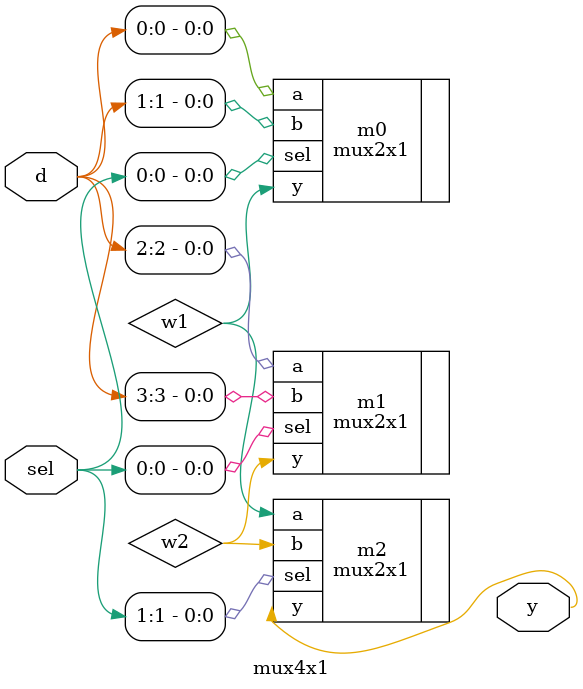
<source format=v>


`include "mux2x1.v"

module mux4x1(
input [3:0]d,
input [1:0]sel,
output y);

wire w1,w2;

mux2x1 m0(.a(d[0]),.b(d[1]),.sel(sel[0]),.y(w1));
mux2x1 m1(.a(d[2]),.b(d[3]),.sel(sel[0]),.y(w2));
mux2x1 m2(.a(w1),.b(w2),.sel(sel[1]),.y(y));

endmodule

</source>
